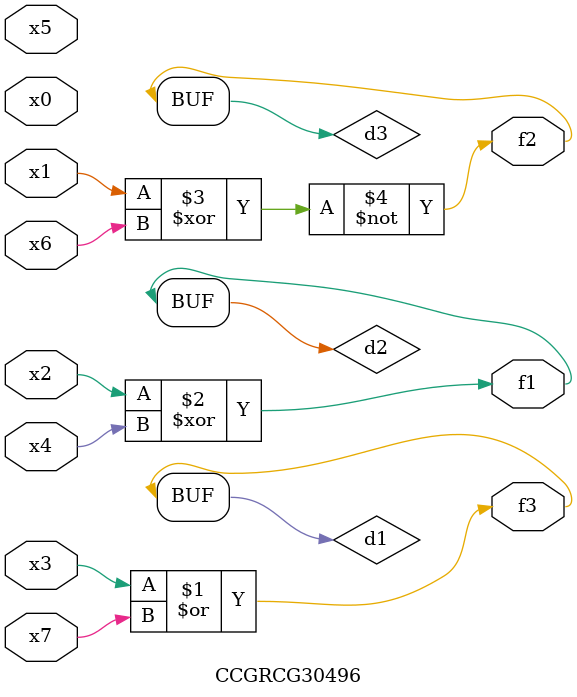
<source format=v>
module CCGRCG30496(
	input x0, x1, x2, x3, x4, x5, x6, x7,
	output f1, f2, f3
);

	wire d1, d2, d3;

	or (d1, x3, x7);
	xor (d2, x2, x4);
	xnor (d3, x1, x6);
	assign f1 = d2;
	assign f2 = d3;
	assign f3 = d1;
endmodule

</source>
